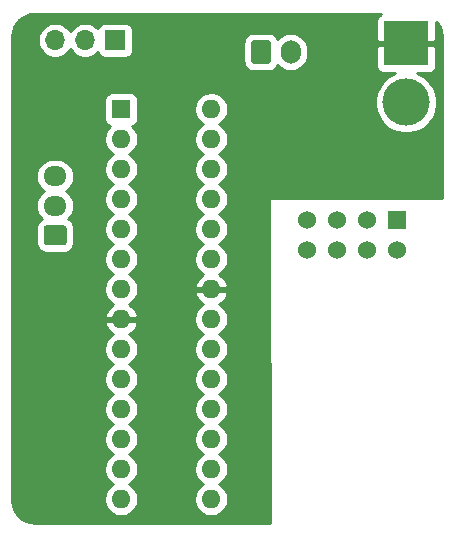
<source format=gbr>
G04 #@! TF.GenerationSoftware,KiCad,Pcbnew,5.1.6-c6e7f7d~87~ubuntu20.04.1*
G04 #@! TF.CreationDate,2020-11-08T20:48:53+01:00*
G04 #@! TF.ProjectId,soil_humidity_module,736f696c-5f68-4756-9d69-646974795f6d,rev?*
G04 #@! TF.SameCoordinates,Original*
G04 #@! TF.FileFunction,Copper,L4,Bot*
G04 #@! TF.FilePolarity,Positive*
%FSLAX46Y46*%
G04 Gerber Fmt 4.6, Leading zero omitted, Abs format (unit mm)*
G04 Created by KiCad (PCBNEW 5.1.6-c6e7f7d~87~ubuntu20.04.1) date 2020-11-08 20:48:53*
%MOMM*%
%LPD*%
G01*
G04 APERTURE LIST*
G04 #@! TA.AperFunction,ComponentPad*
%ADD10C,1.524000*%
G04 #@! TD*
G04 #@! TA.AperFunction,ComponentPad*
%ADD11R,1.524000X1.524000*%
G04 #@! TD*
G04 #@! TA.AperFunction,ComponentPad*
%ADD12O,1.700000X2.000000*%
G04 #@! TD*
G04 #@! TA.AperFunction,ComponentPad*
%ADD13O,1.950000X1.700000*%
G04 #@! TD*
G04 #@! TA.AperFunction,ComponentPad*
%ADD14R,3.800000X3.800000*%
G04 #@! TD*
G04 #@! TA.AperFunction,ComponentPad*
%ADD15C,4.000000*%
G04 #@! TD*
G04 #@! TA.AperFunction,ComponentPad*
%ADD16R,1.700000X1.700000*%
G04 #@! TD*
G04 #@! TA.AperFunction,ComponentPad*
%ADD17O,1.700000X1.700000*%
G04 #@! TD*
G04 #@! TA.AperFunction,ComponentPad*
%ADD18R,1.600000X1.600000*%
G04 #@! TD*
G04 #@! TA.AperFunction,ComponentPad*
%ADD19O,1.600000X1.600000*%
G04 #@! TD*
G04 #@! TA.AperFunction,ViaPad*
%ADD20C,0.800000*%
G04 #@! TD*
G04 #@! TA.AperFunction,Conductor*
%ADD21C,0.254000*%
G04 #@! TD*
G04 APERTURE END LIST*
D10*
X161544000Y-105156000D03*
X161544000Y-102616000D03*
X164084000Y-105156000D03*
X164084000Y-102616000D03*
X166624000Y-105156000D03*
X166624000Y-102616000D03*
X169164000Y-105156000D03*
D11*
X169164000Y-102616000D03*
D12*
X160132400Y-88366600D03*
G04 #@! TA.AperFunction,ComponentPad*
G36*
G01*
X156782400Y-89116600D02*
X156782400Y-87616600D01*
G75*
G02*
X157032400Y-87366600I250000J0D01*
G01*
X158232400Y-87366600D01*
G75*
G02*
X158482400Y-87616600I0J-250000D01*
G01*
X158482400Y-89116600D01*
G75*
G02*
X158232400Y-89366600I-250000J0D01*
G01*
X157032400Y-89366600D01*
G75*
G02*
X156782400Y-89116600I0J250000D01*
G01*
G37*
G04 #@! TD.AperFunction*
D13*
X140208000Y-98886000D03*
X140208000Y-101386000D03*
G04 #@! TA.AperFunction,ComponentPad*
G36*
G01*
X140933000Y-104736000D02*
X139483000Y-104736000D01*
G75*
G02*
X139233000Y-104486000I0J250000D01*
G01*
X139233000Y-103286000D01*
G75*
G02*
X139483000Y-103036000I250000J0D01*
G01*
X140933000Y-103036000D01*
G75*
G02*
X141183000Y-103286000I0J-250000D01*
G01*
X141183000Y-104486000D01*
G75*
G02*
X140933000Y-104736000I-250000J0D01*
G01*
G37*
G04 #@! TD.AperFunction*
D14*
X169926000Y-87630000D03*
D15*
X169926000Y-92630000D03*
D16*
X145288000Y-87376000D03*
D17*
X142748000Y-87376000D03*
X140208000Y-87376000D03*
D18*
X145796000Y-93218000D03*
D19*
X153416000Y-126238000D03*
X145796000Y-95758000D03*
X153416000Y-123698000D03*
X145796000Y-98298000D03*
X153416000Y-121158000D03*
X145796000Y-100838000D03*
X153416000Y-118618000D03*
X145796000Y-103378000D03*
X153416000Y-116078000D03*
X145796000Y-105918000D03*
X153416000Y-113538000D03*
X145796000Y-108458000D03*
X153416000Y-110998000D03*
X145796000Y-110998000D03*
X153416000Y-108458000D03*
X145796000Y-113538000D03*
X153416000Y-105918000D03*
X145796000Y-116078000D03*
X153416000Y-103378000D03*
X145796000Y-118618000D03*
X153416000Y-100838000D03*
X145796000Y-121158000D03*
X153416000Y-98298000D03*
X145796000Y-123698000D03*
X153416000Y-95758000D03*
X145796000Y-126238000D03*
X153416000Y-93218000D03*
D20*
X166878000Y-100076000D03*
X164084000Y-98298000D03*
X155702000Y-98044000D03*
X141732000Y-111887000D03*
X155702000Y-119888000D03*
X156464000Y-103632000D03*
X138684000Y-124333000D03*
X146812000Y-90932000D03*
X142494000Y-113030000D03*
X137922000Y-89408000D03*
D21*
G36*
X167781820Y-85140498D02*
G01*
X167671506Y-85199463D01*
X167574815Y-85278815D01*
X167495463Y-85375506D01*
X167436498Y-85485820D01*
X167400188Y-85605518D01*
X167387928Y-85730000D01*
X167391000Y-87344250D01*
X167549750Y-87503000D01*
X169799000Y-87503000D01*
X169799000Y-87483000D01*
X170053000Y-87483000D01*
X170053000Y-87503000D01*
X172302250Y-87503000D01*
X172461000Y-87344250D01*
X172463958Y-85790081D01*
X172604141Y-85959534D01*
X172776027Y-86277430D01*
X172882893Y-86622658D01*
X172924000Y-87013753D01*
X172924000Y-100711000D01*
X158432500Y-100711000D01*
X158407448Y-100713495D01*
X158383640Y-100720775D01*
X158361709Y-100732560D01*
X158342499Y-100748396D01*
X158326748Y-100767676D01*
X158315060Y-100789659D01*
X158307886Y-100813499D01*
X158305500Y-100838281D01*
X158366079Y-128220000D01*
X138463505Y-128220000D01*
X138070333Y-128181449D01*
X137724365Y-128076996D01*
X137405276Y-127907333D01*
X137125219Y-127678924D01*
X136894859Y-127400466D01*
X136722973Y-127082570D01*
X136616106Y-126737340D01*
X136575000Y-126346238D01*
X136575000Y-113396665D01*
X144361000Y-113396665D01*
X144361000Y-113679335D01*
X144416147Y-113956574D01*
X144524320Y-114217727D01*
X144681363Y-114452759D01*
X144881241Y-114652637D01*
X145113759Y-114808000D01*
X144881241Y-114963363D01*
X144681363Y-115163241D01*
X144524320Y-115398273D01*
X144416147Y-115659426D01*
X144361000Y-115936665D01*
X144361000Y-116219335D01*
X144416147Y-116496574D01*
X144524320Y-116757727D01*
X144681363Y-116992759D01*
X144881241Y-117192637D01*
X145113759Y-117348000D01*
X144881241Y-117503363D01*
X144681363Y-117703241D01*
X144524320Y-117938273D01*
X144416147Y-118199426D01*
X144361000Y-118476665D01*
X144361000Y-118759335D01*
X144416147Y-119036574D01*
X144524320Y-119297727D01*
X144681363Y-119532759D01*
X144881241Y-119732637D01*
X145113759Y-119888000D01*
X144881241Y-120043363D01*
X144681363Y-120243241D01*
X144524320Y-120478273D01*
X144416147Y-120739426D01*
X144361000Y-121016665D01*
X144361000Y-121299335D01*
X144416147Y-121576574D01*
X144524320Y-121837727D01*
X144681363Y-122072759D01*
X144881241Y-122272637D01*
X145113759Y-122428000D01*
X144881241Y-122583363D01*
X144681363Y-122783241D01*
X144524320Y-123018273D01*
X144416147Y-123279426D01*
X144361000Y-123556665D01*
X144361000Y-123839335D01*
X144416147Y-124116574D01*
X144524320Y-124377727D01*
X144681363Y-124612759D01*
X144881241Y-124812637D01*
X145113759Y-124968000D01*
X144881241Y-125123363D01*
X144681363Y-125323241D01*
X144524320Y-125558273D01*
X144416147Y-125819426D01*
X144361000Y-126096665D01*
X144361000Y-126379335D01*
X144416147Y-126656574D01*
X144524320Y-126917727D01*
X144681363Y-127152759D01*
X144881241Y-127352637D01*
X145116273Y-127509680D01*
X145377426Y-127617853D01*
X145654665Y-127673000D01*
X145937335Y-127673000D01*
X146214574Y-127617853D01*
X146475727Y-127509680D01*
X146710759Y-127352637D01*
X146910637Y-127152759D01*
X147067680Y-126917727D01*
X147175853Y-126656574D01*
X147231000Y-126379335D01*
X147231000Y-126096665D01*
X147175853Y-125819426D01*
X147067680Y-125558273D01*
X146910637Y-125323241D01*
X146710759Y-125123363D01*
X146478241Y-124968000D01*
X146710759Y-124812637D01*
X146910637Y-124612759D01*
X147067680Y-124377727D01*
X147175853Y-124116574D01*
X147231000Y-123839335D01*
X147231000Y-123556665D01*
X147175853Y-123279426D01*
X147067680Y-123018273D01*
X146910637Y-122783241D01*
X146710759Y-122583363D01*
X146478241Y-122428000D01*
X146710759Y-122272637D01*
X146910637Y-122072759D01*
X147067680Y-121837727D01*
X147175853Y-121576574D01*
X147231000Y-121299335D01*
X147231000Y-121016665D01*
X147175853Y-120739426D01*
X147067680Y-120478273D01*
X146910637Y-120243241D01*
X146710759Y-120043363D01*
X146478241Y-119888000D01*
X146710759Y-119732637D01*
X146910637Y-119532759D01*
X147067680Y-119297727D01*
X147175853Y-119036574D01*
X147231000Y-118759335D01*
X147231000Y-118476665D01*
X147175853Y-118199426D01*
X147067680Y-117938273D01*
X146910637Y-117703241D01*
X146710759Y-117503363D01*
X146478241Y-117348000D01*
X146710759Y-117192637D01*
X146910637Y-116992759D01*
X147067680Y-116757727D01*
X147175853Y-116496574D01*
X147231000Y-116219335D01*
X147231000Y-115936665D01*
X147175853Y-115659426D01*
X147067680Y-115398273D01*
X146910637Y-115163241D01*
X146710759Y-114963363D01*
X146478241Y-114808000D01*
X146710759Y-114652637D01*
X146910637Y-114452759D01*
X147067680Y-114217727D01*
X147175853Y-113956574D01*
X147231000Y-113679335D01*
X147231000Y-113396665D01*
X147175853Y-113119426D01*
X147067680Y-112858273D01*
X146910637Y-112623241D01*
X146710759Y-112423363D01*
X146475727Y-112266320D01*
X146465135Y-112261933D01*
X146651131Y-112150385D01*
X146859519Y-111961414D01*
X147027037Y-111735420D01*
X147147246Y-111481087D01*
X147187904Y-111347039D01*
X147065915Y-111125000D01*
X145923000Y-111125000D01*
X145923000Y-111145000D01*
X145669000Y-111145000D01*
X145669000Y-111125000D01*
X144526085Y-111125000D01*
X144404096Y-111347039D01*
X144444754Y-111481087D01*
X144564963Y-111735420D01*
X144732481Y-111961414D01*
X144940869Y-112150385D01*
X145126865Y-112261933D01*
X145116273Y-112266320D01*
X144881241Y-112423363D01*
X144681363Y-112623241D01*
X144524320Y-112858273D01*
X144416147Y-113119426D01*
X144361000Y-113396665D01*
X136575000Y-113396665D01*
X136575000Y-98886000D01*
X138590815Y-98886000D01*
X138619487Y-99177111D01*
X138704401Y-99457034D01*
X138842294Y-99715014D01*
X139027866Y-99941134D01*
X139253986Y-100126706D01*
X139271374Y-100136000D01*
X139253986Y-100145294D01*
X139027866Y-100330866D01*
X138842294Y-100556986D01*
X138704401Y-100814966D01*
X138619487Y-101094889D01*
X138590815Y-101386000D01*
X138619487Y-101677111D01*
X138704401Y-101957034D01*
X138842294Y-102215014D01*
X139027866Y-102441134D01*
X139091337Y-102493223D01*
X138989614Y-102547595D01*
X138855038Y-102658038D01*
X138744595Y-102792614D01*
X138662528Y-102946150D01*
X138611992Y-103112746D01*
X138594928Y-103286000D01*
X138594928Y-104486000D01*
X138611992Y-104659254D01*
X138662528Y-104825850D01*
X138744595Y-104979386D01*
X138855038Y-105113962D01*
X138989614Y-105224405D01*
X139143150Y-105306472D01*
X139309746Y-105357008D01*
X139483000Y-105374072D01*
X140933000Y-105374072D01*
X141106254Y-105357008D01*
X141272850Y-105306472D01*
X141426386Y-105224405D01*
X141560962Y-105113962D01*
X141671405Y-104979386D01*
X141753472Y-104825850D01*
X141804008Y-104659254D01*
X141821072Y-104486000D01*
X141821072Y-103286000D01*
X141804008Y-103112746D01*
X141753472Y-102946150D01*
X141671405Y-102792614D01*
X141560962Y-102658038D01*
X141426386Y-102547595D01*
X141324663Y-102493223D01*
X141388134Y-102441134D01*
X141573706Y-102215014D01*
X141711599Y-101957034D01*
X141796513Y-101677111D01*
X141825185Y-101386000D01*
X141796513Y-101094889D01*
X141711599Y-100814966D01*
X141573706Y-100556986D01*
X141388134Y-100330866D01*
X141162014Y-100145294D01*
X141144626Y-100136000D01*
X141162014Y-100126706D01*
X141388134Y-99941134D01*
X141573706Y-99715014D01*
X141711599Y-99457034D01*
X141796513Y-99177111D01*
X141825185Y-98886000D01*
X141796513Y-98594889D01*
X141711599Y-98314966D01*
X141573706Y-98056986D01*
X141388134Y-97830866D01*
X141162014Y-97645294D01*
X140904034Y-97507401D01*
X140624111Y-97422487D01*
X140405950Y-97401000D01*
X140010050Y-97401000D01*
X139791889Y-97422487D01*
X139511966Y-97507401D01*
X139253986Y-97645294D01*
X139027866Y-97830866D01*
X138842294Y-98056986D01*
X138704401Y-98314966D01*
X138619487Y-98594889D01*
X138590815Y-98886000D01*
X136575000Y-98886000D01*
X136575000Y-92418000D01*
X144357928Y-92418000D01*
X144357928Y-94018000D01*
X144370188Y-94142482D01*
X144406498Y-94262180D01*
X144465463Y-94372494D01*
X144544815Y-94469185D01*
X144641506Y-94548537D01*
X144751820Y-94607502D01*
X144871518Y-94643812D01*
X144879961Y-94644643D01*
X144681363Y-94843241D01*
X144524320Y-95078273D01*
X144416147Y-95339426D01*
X144361000Y-95616665D01*
X144361000Y-95899335D01*
X144416147Y-96176574D01*
X144524320Y-96437727D01*
X144681363Y-96672759D01*
X144881241Y-96872637D01*
X145113759Y-97028000D01*
X144881241Y-97183363D01*
X144681363Y-97383241D01*
X144524320Y-97618273D01*
X144416147Y-97879426D01*
X144361000Y-98156665D01*
X144361000Y-98439335D01*
X144416147Y-98716574D01*
X144524320Y-98977727D01*
X144681363Y-99212759D01*
X144881241Y-99412637D01*
X145113759Y-99568000D01*
X144881241Y-99723363D01*
X144681363Y-99923241D01*
X144524320Y-100158273D01*
X144416147Y-100419426D01*
X144361000Y-100696665D01*
X144361000Y-100979335D01*
X144416147Y-101256574D01*
X144524320Y-101517727D01*
X144681363Y-101752759D01*
X144881241Y-101952637D01*
X145113759Y-102108000D01*
X144881241Y-102263363D01*
X144681363Y-102463241D01*
X144524320Y-102698273D01*
X144416147Y-102959426D01*
X144361000Y-103236665D01*
X144361000Y-103519335D01*
X144416147Y-103796574D01*
X144524320Y-104057727D01*
X144681363Y-104292759D01*
X144881241Y-104492637D01*
X145113759Y-104648000D01*
X144881241Y-104803363D01*
X144681363Y-105003241D01*
X144524320Y-105238273D01*
X144416147Y-105499426D01*
X144361000Y-105776665D01*
X144361000Y-106059335D01*
X144416147Y-106336574D01*
X144524320Y-106597727D01*
X144681363Y-106832759D01*
X144881241Y-107032637D01*
X145113759Y-107188000D01*
X144881241Y-107343363D01*
X144681363Y-107543241D01*
X144524320Y-107778273D01*
X144416147Y-108039426D01*
X144361000Y-108316665D01*
X144361000Y-108599335D01*
X144416147Y-108876574D01*
X144524320Y-109137727D01*
X144681363Y-109372759D01*
X144881241Y-109572637D01*
X145116273Y-109729680D01*
X145126865Y-109734067D01*
X144940869Y-109845615D01*
X144732481Y-110034586D01*
X144564963Y-110260580D01*
X144444754Y-110514913D01*
X144404096Y-110648961D01*
X144526085Y-110871000D01*
X145669000Y-110871000D01*
X145669000Y-110851000D01*
X145923000Y-110851000D01*
X145923000Y-110871000D01*
X147065915Y-110871000D01*
X147073790Y-110856665D01*
X151981000Y-110856665D01*
X151981000Y-111139335D01*
X152036147Y-111416574D01*
X152144320Y-111677727D01*
X152301363Y-111912759D01*
X152501241Y-112112637D01*
X152733759Y-112268000D01*
X152501241Y-112423363D01*
X152301363Y-112623241D01*
X152144320Y-112858273D01*
X152036147Y-113119426D01*
X151981000Y-113396665D01*
X151981000Y-113679335D01*
X152036147Y-113956574D01*
X152144320Y-114217727D01*
X152301363Y-114452759D01*
X152501241Y-114652637D01*
X152733759Y-114808000D01*
X152501241Y-114963363D01*
X152301363Y-115163241D01*
X152144320Y-115398273D01*
X152036147Y-115659426D01*
X151981000Y-115936665D01*
X151981000Y-116219335D01*
X152036147Y-116496574D01*
X152144320Y-116757727D01*
X152301363Y-116992759D01*
X152501241Y-117192637D01*
X152733759Y-117348000D01*
X152501241Y-117503363D01*
X152301363Y-117703241D01*
X152144320Y-117938273D01*
X152036147Y-118199426D01*
X151981000Y-118476665D01*
X151981000Y-118759335D01*
X152036147Y-119036574D01*
X152144320Y-119297727D01*
X152301363Y-119532759D01*
X152501241Y-119732637D01*
X152733759Y-119888000D01*
X152501241Y-120043363D01*
X152301363Y-120243241D01*
X152144320Y-120478273D01*
X152036147Y-120739426D01*
X151981000Y-121016665D01*
X151981000Y-121299335D01*
X152036147Y-121576574D01*
X152144320Y-121837727D01*
X152301363Y-122072759D01*
X152501241Y-122272637D01*
X152733759Y-122428000D01*
X152501241Y-122583363D01*
X152301363Y-122783241D01*
X152144320Y-123018273D01*
X152036147Y-123279426D01*
X151981000Y-123556665D01*
X151981000Y-123839335D01*
X152036147Y-124116574D01*
X152144320Y-124377727D01*
X152301363Y-124612759D01*
X152501241Y-124812637D01*
X152733759Y-124968000D01*
X152501241Y-125123363D01*
X152301363Y-125323241D01*
X152144320Y-125558273D01*
X152036147Y-125819426D01*
X151981000Y-126096665D01*
X151981000Y-126379335D01*
X152036147Y-126656574D01*
X152144320Y-126917727D01*
X152301363Y-127152759D01*
X152501241Y-127352637D01*
X152736273Y-127509680D01*
X152997426Y-127617853D01*
X153274665Y-127673000D01*
X153557335Y-127673000D01*
X153834574Y-127617853D01*
X154095727Y-127509680D01*
X154330759Y-127352637D01*
X154530637Y-127152759D01*
X154687680Y-126917727D01*
X154795853Y-126656574D01*
X154851000Y-126379335D01*
X154851000Y-126096665D01*
X154795853Y-125819426D01*
X154687680Y-125558273D01*
X154530637Y-125323241D01*
X154330759Y-125123363D01*
X154098241Y-124968000D01*
X154330759Y-124812637D01*
X154530637Y-124612759D01*
X154687680Y-124377727D01*
X154795853Y-124116574D01*
X154851000Y-123839335D01*
X154851000Y-123556665D01*
X154795853Y-123279426D01*
X154687680Y-123018273D01*
X154530637Y-122783241D01*
X154330759Y-122583363D01*
X154098241Y-122428000D01*
X154330759Y-122272637D01*
X154530637Y-122072759D01*
X154687680Y-121837727D01*
X154795853Y-121576574D01*
X154851000Y-121299335D01*
X154851000Y-121016665D01*
X154795853Y-120739426D01*
X154687680Y-120478273D01*
X154530637Y-120243241D01*
X154330759Y-120043363D01*
X154098241Y-119888000D01*
X154330759Y-119732637D01*
X154530637Y-119532759D01*
X154687680Y-119297727D01*
X154795853Y-119036574D01*
X154851000Y-118759335D01*
X154851000Y-118476665D01*
X154795853Y-118199426D01*
X154687680Y-117938273D01*
X154530637Y-117703241D01*
X154330759Y-117503363D01*
X154098241Y-117348000D01*
X154330759Y-117192637D01*
X154530637Y-116992759D01*
X154687680Y-116757727D01*
X154795853Y-116496574D01*
X154851000Y-116219335D01*
X154851000Y-115936665D01*
X154795853Y-115659426D01*
X154687680Y-115398273D01*
X154530637Y-115163241D01*
X154330759Y-114963363D01*
X154098241Y-114808000D01*
X154330759Y-114652637D01*
X154530637Y-114452759D01*
X154687680Y-114217727D01*
X154795853Y-113956574D01*
X154851000Y-113679335D01*
X154851000Y-113396665D01*
X154795853Y-113119426D01*
X154687680Y-112858273D01*
X154530637Y-112623241D01*
X154330759Y-112423363D01*
X154098241Y-112268000D01*
X154330759Y-112112637D01*
X154530637Y-111912759D01*
X154687680Y-111677727D01*
X154795853Y-111416574D01*
X154851000Y-111139335D01*
X154851000Y-110856665D01*
X154795853Y-110579426D01*
X154687680Y-110318273D01*
X154530637Y-110083241D01*
X154330759Y-109883363D01*
X154095727Y-109726320D01*
X154085135Y-109721933D01*
X154271131Y-109610385D01*
X154479519Y-109421414D01*
X154647037Y-109195420D01*
X154767246Y-108941087D01*
X154807904Y-108807039D01*
X154685915Y-108585000D01*
X153543000Y-108585000D01*
X153543000Y-108605000D01*
X153289000Y-108605000D01*
X153289000Y-108585000D01*
X152146085Y-108585000D01*
X152024096Y-108807039D01*
X152064754Y-108941087D01*
X152184963Y-109195420D01*
X152352481Y-109421414D01*
X152560869Y-109610385D01*
X152746865Y-109721933D01*
X152736273Y-109726320D01*
X152501241Y-109883363D01*
X152301363Y-110083241D01*
X152144320Y-110318273D01*
X152036147Y-110579426D01*
X151981000Y-110856665D01*
X147073790Y-110856665D01*
X147187904Y-110648961D01*
X147147246Y-110514913D01*
X147027037Y-110260580D01*
X146859519Y-110034586D01*
X146651131Y-109845615D01*
X146465135Y-109734067D01*
X146475727Y-109729680D01*
X146710759Y-109572637D01*
X146910637Y-109372759D01*
X147067680Y-109137727D01*
X147175853Y-108876574D01*
X147231000Y-108599335D01*
X147231000Y-108316665D01*
X147175853Y-108039426D01*
X147067680Y-107778273D01*
X146910637Y-107543241D01*
X146710759Y-107343363D01*
X146478241Y-107188000D01*
X146710759Y-107032637D01*
X146910637Y-106832759D01*
X147067680Y-106597727D01*
X147175853Y-106336574D01*
X147231000Y-106059335D01*
X147231000Y-105776665D01*
X147175853Y-105499426D01*
X147067680Y-105238273D01*
X146910637Y-105003241D01*
X146710759Y-104803363D01*
X146478241Y-104648000D01*
X146710759Y-104492637D01*
X146910637Y-104292759D01*
X147067680Y-104057727D01*
X147175853Y-103796574D01*
X147231000Y-103519335D01*
X147231000Y-103236665D01*
X147175853Y-102959426D01*
X147067680Y-102698273D01*
X146910637Y-102463241D01*
X146710759Y-102263363D01*
X146478241Y-102108000D01*
X146710759Y-101952637D01*
X146910637Y-101752759D01*
X147067680Y-101517727D01*
X147175853Y-101256574D01*
X147231000Y-100979335D01*
X147231000Y-100696665D01*
X147175853Y-100419426D01*
X147067680Y-100158273D01*
X146910637Y-99923241D01*
X146710759Y-99723363D01*
X146478241Y-99568000D01*
X146710759Y-99412637D01*
X146910637Y-99212759D01*
X147067680Y-98977727D01*
X147175853Y-98716574D01*
X147231000Y-98439335D01*
X147231000Y-98156665D01*
X147175853Y-97879426D01*
X147067680Y-97618273D01*
X146910637Y-97383241D01*
X146710759Y-97183363D01*
X146478241Y-97028000D01*
X146710759Y-96872637D01*
X146910637Y-96672759D01*
X147067680Y-96437727D01*
X147175853Y-96176574D01*
X147231000Y-95899335D01*
X147231000Y-95616665D01*
X147175853Y-95339426D01*
X147067680Y-95078273D01*
X146910637Y-94843241D01*
X146712039Y-94644643D01*
X146720482Y-94643812D01*
X146840180Y-94607502D01*
X146950494Y-94548537D01*
X147047185Y-94469185D01*
X147126537Y-94372494D01*
X147185502Y-94262180D01*
X147221812Y-94142482D01*
X147234072Y-94018000D01*
X147234072Y-93076665D01*
X151981000Y-93076665D01*
X151981000Y-93359335D01*
X152036147Y-93636574D01*
X152144320Y-93897727D01*
X152301363Y-94132759D01*
X152501241Y-94332637D01*
X152733759Y-94488000D01*
X152501241Y-94643363D01*
X152301363Y-94843241D01*
X152144320Y-95078273D01*
X152036147Y-95339426D01*
X151981000Y-95616665D01*
X151981000Y-95899335D01*
X152036147Y-96176574D01*
X152144320Y-96437727D01*
X152301363Y-96672759D01*
X152501241Y-96872637D01*
X152733759Y-97028000D01*
X152501241Y-97183363D01*
X152301363Y-97383241D01*
X152144320Y-97618273D01*
X152036147Y-97879426D01*
X151981000Y-98156665D01*
X151981000Y-98439335D01*
X152036147Y-98716574D01*
X152144320Y-98977727D01*
X152301363Y-99212759D01*
X152501241Y-99412637D01*
X152733759Y-99568000D01*
X152501241Y-99723363D01*
X152301363Y-99923241D01*
X152144320Y-100158273D01*
X152036147Y-100419426D01*
X151981000Y-100696665D01*
X151981000Y-100979335D01*
X152036147Y-101256574D01*
X152144320Y-101517727D01*
X152301363Y-101752759D01*
X152501241Y-101952637D01*
X152733759Y-102108000D01*
X152501241Y-102263363D01*
X152301363Y-102463241D01*
X152144320Y-102698273D01*
X152036147Y-102959426D01*
X151981000Y-103236665D01*
X151981000Y-103519335D01*
X152036147Y-103796574D01*
X152144320Y-104057727D01*
X152301363Y-104292759D01*
X152501241Y-104492637D01*
X152733759Y-104648000D01*
X152501241Y-104803363D01*
X152301363Y-105003241D01*
X152144320Y-105238273D01*
X152036147Y-105499426D01*
X151981000Y-105776665D01*
X151981000Y-106059335D01*
X152036147Y-106336574D01*
X152144320Y-106597727D01*
X152301363Y-106832759D01*
X152501241Y-107032637D01*
X152736273Y-107189680D01*
X152746865Y-107194067D01*
X152560869Y-107305615D01*
X152352481Y-107494586D01*
X152184963Y-107720580D01*
X152064754Y-107974913D01*
X152024096Y-108108961D01*
X152146085Y-108331000D01*
X153289000Y-108331000D01*
X153289000Y-108311000D01*
X153543000Y-108311000D01*
X153543000Y-108331000D01*
X154685915Y-108331000D01*
X154807904Y-108108961D01*
X154767246Y-107974913D01*
X154647037Y-107720580D01*
X154479519Y-107494586D01*
X154271131Y-107305615D01*
X154085135Y-107194067D01*
X154095727Y-107189680D01*
X154330759Y-107032637D01*
X154530637Y-106832759D01*
X154687680Y-106597727D01*
X154795853Y-106336574D01*
X154851000Y-106059335D01*
X154851000Y-105776665D01*
X154795853Y-105499426D01*
X154687680Y-105238273D01*
X154530637Y-105003241D01*
X154330759Y-104803363D01*
X154098241Y-104648000D01*
X154330759Y-104492637D01*
X154530637Y-104292759D01*
X154687680Y-104057727D01*
X154795853Y-103796574D01*
X154851000Y-103519335D01*
X154851000Y-103236665D01*
X154795853Y-102959426D01*
X154687680Y-102698273D01*
X154530637Y-102463241D01*
X154330759Y-102263363D01*
X154098241Y-102108000D01*
X154330759Y-101952637D01*
X154530637Y-101752759D01*
X154687680Y-101517727D01*
X154795853Y-101256574D01*
X154851000Y-100979335D01*
X154851000Y-100696665D01*
X154795853Y-100419426D01*
X154687680Y-100158273D01*
X154530637Y-99923241D01*
X154330759Y-99723363D01*
X154098241Y-99568000D01*
X154330759Y-99412637D01*
X154530637Y-99212759D01*
X154687680Y-98977727D01*
X154795853Y-98716574D01*
X154851000Y-98439335D01*
X154851000Y-98156665D01*
X154795853Y-97879426D01*
X154687680Y-97618273D01*
X154530637Y-97383241D01*
X154330759Y-97183363D01*
X154098241Y-97028000D01*
X154330759Y-96872637D01*
X154530637Y-96672759D01*
X154687680Y-96437727D01*
X154795853Y-96176574D01*
X154851000Y-95899335D01*
X154851000Y-95616665D01*
X154795853Y-95339426D01*
X154687680Y-95078273D01*
X154530637Y-94843241D01*
X154330759Y-94643363D01*
X154098241Y-94488000D01*
X154330759Y-94332637D01*
X154530637Y-94132759D01*
X154687680Y-93897727D01*
X154795853Y-93636574D01*
X154851000Y-93359335D01*
X154851000Y-93076665D01*
X154795853Y-92799426D01*
X154687680Y-92538273D01*
X154575562Y-92370475D01*
X167291000Y-92370475D01*
X167291000Y-92889525D01*
X167392261Y-93398601D01*
X167590893Y-93878141D01*
X167879262Y-94309715D01*
X168246285Y-94676738D01*
X168677859Y-94965107D01*
X169157399Y-95163739D01*
X169666475Y-95265000D01*
X170185525Y-95265000D01*
X170694601Y-95163739D01*
X171174141Y-94965107D01*
X171605715Y-94676738D01*
X171972738Y-94309715D01*
X172261107Y-93878141D01*
X172459739Y-93398601D01*
X172561000Y-92889525D01*
X172561000Y-92370475D01*
X172459739Y-91861399D01*
X172261107Y-91381859D01*
X171972738Y-90950285D01*
X171605715Y-90583262D01*
X171174141Y-90294893D01*
X170863546Y-90166240D01*
X171826000Y-90168072D01*
X171950482Y-90155812D01*
X172070180Y-90119502D01*
X172180494Y-90060537D01*
X172277185Y-89981185D01*
X172356537Y-89884494D01*
X172415502Y-89774180D01*
X172451812Y-89654482D01*
X172464072Y-89530000D01*
X172461000Y-87915750D01*
X172302250Y-87757000D01*
X170053000Y-87757000D01*
X170053000Y-87777000D01*
X169799000Y-87777000D01*
X169799000Y-87757000D01*
X167549750Y-87757000D01*
X167391000Y-87915750D01*
X167387928Y-89530000D01*
X167400188Y-89654482D01*
X167436498Y-89774180D01*
X167495463Y-89884494D01*
X167574815Y-89981185D01*
X167671506Y-90060537D01*
X167781820Y-90119502D01*
X167901518Y-90155812D01*
X168026000Y-90168072D01*
X168988454Y-90166240D01*
X168677859Y-90294893D01*
X168246285Y-90583262D01*
X167879262Y-90950285D01*
X167590893Y-91381859D01*
X167392261Y-91861399D01*
X167291000Y-92370475D01*
X154575562Y-92370475D01*
X154530637Y-92303241D01*
X154330759Y-92103363D01*
X154095727Y-91946320D01*
X153834574Y-91838147D01*
X153557335Y-91783000D01*
X153274665Y-91783000D01*
X152997426Y-91838147D01*
X152736273Y-91946320D01*
X152501241Y-92103363D01*
X152301363Y-92303241D01*
X152144320Y-92538273D01*
X152036147Y-92799426D01*
X151981000Y-93076665D01*
X147234072Y-93076665D01*
X147234072Y-92418000D01*
X147221812Y-92293518D01*
X147185502Y-92173820D01*
X147126537Y-92063506D01*
X147047185Y-91966815D01*
X146950494Y-91887463D01*
X146840180Y-91828498D01*
X146720482Y-91792188D01*
X146596000Y-91779928D01*
X144996000Y-91779928D01*
X144871518Y-91792188D01*
X144751820Y-91828498D01*
X144641506Y-91887463D01*
X144544815Y-91966815D01*
X144465463Y-92063506D01*
X144406498Y-92173820D01*
X144370188Y-92293518D01*
X144357928Y-92418000D01*
X136575000Y-92418000D01*
X136575000Y-87229740D01*
X138723000Y-87229740D01*
X138723000Y-87522260D01*
X138780068Y-87809158D01*
X138892010Y-88079411D01*
X139054525Y-88322632D01*
X139261368Y-88529475D01*
X139504589Y-88691990D01*
X139774842Y-88803932D01*
X140061740Y-88861000D01*
X140354260Y-88861000D01*
X140641158Y-88803932D01*
X140911411Y-88691990D01*
X141154632Y-88529475D01*
X141361475Y-88322632D01*
X141478000Y-88148240D01*
X141594525Y-88322632D01*
X141801368Y-88529475D01*
X142044589Y-88691990D01*
X142314842Y-88803932D01*
X142601740Y-88861000D01*
X142894260Y-88861000D01*
X143181158Y-88803932D01*
X143451411Y-88691990D01*
X143694632Y-88529475D01*
X143826487Y-88397620D01*
X143848498Y-88470180D01*
X143907463Y-88580494D01*
X143986815Y-88677185D01*
X144083506Y-88756537D01*
X144193820Y-88815502D01*
X144313518Y-88851812D01*
X144438000Y-88864072D01*
X146138000Y-88864072D01*
X146262482Y-88851812D01*
X146382180Y-88815502D01*
X146492494Y-88756537D01*
X146589185Y-88677185D01*
X146668537Y-88580494D01*
X146727502Y-88470180D01*
X146763812Y-88350482D01*
X146776072Y-88226000D01*
X146776072Y-87616600D01*
X156144328Y-87616600D01*
X156144328Y-89116600D01*
X156161392Y-89289854D01*
X156211928Y-89456450D01*
X156293995Y-89609986D01*
X156404438Y-89744562D01*
X156539014Y-89855005D01*
X156692550Y-89937072D01*
X156859146Y-89987608D01*
X157032400Y-90004672D01*
X158232400Y-90004672D01*
X158405654Y-89987608D01*
X158572250Y-89937072D01*
X158725786Y-89855005D01*
X158860362Y-89744562D01*
X158970805Y-89609986D01*
X159025177Y-89508263D01*
X159077266Y-89571734D01*
X159303387Y-89757306D01*
X159561367Y-89895199D01*
X159841290Y-89980113D01*
X160132400Y-90008785D01*
X160423511Y-89980113D01*
X160703434Y-89895199D01*
X160961414Y-89757306D01*
X161187534Y-89571734D01*
X161373106Y-89345614D01*
X161510999Y-89087633D01*
X161595913Y-88807710D01*
X161617400Y-88589549D01*
X161617400Y-88143650D01*
X161595913Y-87925489D01*
X161510999Y-87645566D01*
X161373106Y-87387586D01*
X161187534Y-87161466D01*
X160961413Y-86975894D01*
X160703433Y-86838001D01*
X160423510Y-86753087D01*
X160132400Y-86724415D01*
X159841289Y-86753087D01*
X159561366Y-86838001D01*
X159303386Y-86975894D01*
X159077266Y-87161466D01*
X159025177Y-87224937D01*
X158970805Y-87123214D01*
X158860362Y-86988638D01*
X158725786Y-86878195D01*
X158572250Y-86796128D01*
X158405654Y-86745592D01*
X158232400Y-86728528D01*
X157032400Y-86728528D01*
X156859146Y-86745592D01*
X156692550Y-86796128D01*
X156539014Y-86878195D01*
X156404438Y-86988638D01*
X156293995Y-87123214D01*
X156211928Y-87276750D01*
X156161392Y-87443346D01*
X156144328Y-87616600D01*
X146776072Y-87616600D01*
X146776072Y-86526000D01*
X146763812Y-86401518D01*
X146727502Y-86281820D01*
X146668537Y-86171506D01*
X146589185Y-86074815D01*
X146492494Y-85995463D01*
X146382180Y-85936498D01*
X146262482Y-85900188D01*
X146138000Y-85887928D01*
X144438000Y-85887928D01*
X144313518Y-85900188D01*
X144193820Y-85936498D01*
X144083506Y-85995463D01*
X143986815Y-86074815D01*
X143907463Y-86171506D01*
X143848498Y-86281820D01*
X143826487Y-86354380D01*
X143694632Y-86222525D01*
X143451411Y-86060010D01*
X143181158Y-85948068D01*
X142894260Y-85891000D01*
X142601740Y-85891000D01*
X142314842Y-85948068D01*
X142044589Y-86060010D01*
X141801368Y-86222525D01*
X141594525Y-86429368D01*
X141478000Y-86603760D01*
X141361475Y-86429368D01*
X141154632Y-86222525D01*
X140911411Y-86060010D01*
X140641158Y-85948068D01*
X140354260Y-85891000D01*
X140061740Y-85891000D01*
X139774842Y-85948068D01*
X139504589Y-86060010D01*
X139261368Y-86222525D01*
X139054525Y-86429368D01*
X138892010Y-86672589D01*
X138780068Y-86942842D01*
X138723000Y-87229740D01*
X136575000Y-87229740D01*
X136575000Y-87028504D01*
X136613551Y-86635332D01*
X136718004Y-86289366D01*
X136887667Y-85970276D01*
X137116076Y-85690219D01*
X137394534Y-85459859D01*
X137712430Y-85287973D01*
X138057658Y-85181107D01*
X138448753Y-85140000D01*
X167783462Y-85140000D01*
X167781820Y-85140498D01*
G37*
X167781820Y-85140498D02*
X167671506Y-85199463D01*
X167574815Y-85278815D01*
X167495463Y-85375506D01*
X167436498Y-85485820D01*
X167400188Y-85605518D01*
X167387928Y-85730000D01*
X167391000Y-87344250D01*
X167549750Y-87503000D01*
X169799000Y-87503000D01*
X169799000Y-87483000D01*
X170053000Y-87483000D01*
X170053000Y-87503000D01*
X172302250Y-87503000D01*
X172461000Y-87344250D01*
X172463958Y-85790081D01*
X172604141Y-85959534D01*
X172776027Y-86277430D01*
X172882893Y-86622658D01*
X172924000Y-87013753D01*
X172924000Y-100711000D01*
X158432500Y-100711000D01*
X158407448Y-100713495D01*
X158383640Y-100720775D01*
X158361709Y-100732560D01*
X158342499Y-100748396D01*
X158326748Y-100767676D01*
X158315060Y-100789659D01*
X158307886Y-100813499D01*
X158305500Y-100838281D01*
X158366079Y-128220000D01*
X138463505Y-128220000D01*
X138070333Y-128181449D01*
X137724365Y-128076996D01*
X137405276Y-127907333D01*
X137125219Y-127678924D01*
X136894859Y-127400466D01*
X136722973Y-127082570D01*
X136616106Y-126737340D01*
X136575000Y-126346238D01*
X136575000Y-113396665D01*
X144361000Y-113396665D01*
X144361000Y-113679335D01*
X144416147Y-113956574D01*
X144524320Y-114217727D01*
X144681363Y-114452759D01*
X144881241Y-114652637D01*
X145113759Y-114808000D01*
X144881241Y-114963363D01*
X144681363Y-115163241D01*
X144524320Y-115398273D01*
X144416147Y-115659426D01*
X144361000Y-115936665D01*
X144361000Y-116219335D01*
X144416147Y-116496574D01*
X144524320Y-116757727D01*
X144681363Y-116992759D01*
X144881241Y-117192637D01*
X145113759Y-117348000D01*
X144881241Y-117503363D01*
X144681363Y-117703241D01*
X144524320Y-117938273D01*
X144416147Y-118199426D01*
X144361000Y-118476665D01*
X144361000Y-118759335D01*
X144416147Y-119036574D01*
X144524320Y-119297727D01*
X144681363Y-119532759D01*
X144881241Y-119732637D01*
X145113759Y-119888000D01*
X144881241Y-120043363D01*
X144681363Y-120243241D01*
X144524320Y-120478273D01*
X144416147Y-120739426D01*
X144361000Y-121016665D01*
X144361000Y-121299335D01*
X144416147Y-121576574D01*
X144524320Y-121837727D01*
X144681363Y-122072759D01*
X144881241Y-122272637D01*
X145113759Y-122428000D01*
X144881241Y-122583363D01*
X144681363Y-122783241D01*
X144524320Y-123018273D01*
X144416147Y-123279426D01*
X144361000Y-123556665D01*
X144361000Y-123839335D01*
X144416147Y-124116574D01*
X144524320Y-124377727D01*
X144681363Y-124612759D01*
X144881241Y-124812637D01*
X145113759Y-124968000D01*
X144881241Y-125123363D01*
X144681363Y-125323241D01*
X144524320Y-125558273D01*
X144416147Y-125819426D01*
X144361000Y-126096665D01*
X144361000Y-126379335D01*
X144416147Y-126656574D01*
X144524320Y-126917727D01*
X144681363Y-127152759D01*
X144881241Y-127352637D01*
X145116273Y-127509680D01*
X145377426Y-127617853D01*
X145654665Y-127673000D01*
X145937335Y-127673000D01*
X146214574Y-127617853D01*
X146475727Y-127509680D01*
X146710759Y-127352637D01*
X146910637Y-127152759D01*
X147067680Y-126917727D01*
X147175853Y-126656574D01*
X147231000Y-126379335D01*
X147231000Y-126096665D01*
X147175853Y-125819426D01*
X147067680Y-125558273D01*
X146910637Y-125323241D01*
X146710759Y-125123363D01*
X146478241Y-124968000D01*
X146710759Y-124812637D01*
X146910637Y-124612759D01*
X147067680Y-124377727D01*
X147175853Y-124116574D01*
X147231000Y-123839335D01*
X147231000Y-123556665D01*
X147175853Y-123279426D01*
X147067680Y-123018273D01*
X146910637Y-122783241D01*
X146710759Y-122583363D01*
X146478241Y-122428000D01*
X146710759Y-122272637D01*
X146910637Y-122072759D01*
X147067680Y-121837727D01*
X147175853Y-121576574D01*
X147231000Y-121299335D01*
X147231000Y-121016665D01*
X147175853Y-120739426D01*
X147067680Y-120478273D01*
X146910637Y-120243241D01*
X146710759Y-120043363D01*
X146478241Y-119888000D01*
X146710759Y-119732637D01*
X146910637Y-119532759D01*
X147067680Y-119297727D01*
X147175853Y-119036574D01*
X147231000Y-118759335D01*
X147231000Y-118476665D01*
X147175853Y-118199426D01*
X147067680Y-117938273D01*
X146910637Y-117703241D01*
X146710759Y-117503363D01*
X146478241Y-117348000D01*
X146710759Y-117192637D01*
X146910637Y-116992759D01*
X147067680Y-116757727D01*
X147175853Y-116496574D01*
X147231000Y-116219335D01*
X147231000Y-115936665D01*
X147175853Y-115659426D01*
X147067680Y-115398273D01*
X146910637Y-115163241D01*
X146710759Y-114963363D01*
X146478241Y-114808000D01*
X146710759Y-114652637D01*
X146910637Y-114452759D01*
X147067680Y-114217727D01*
X147175853Y-113956574D01*
X147231000Y-113679335D01*
X147231000Y-113396665D01*
X147175853Y-113119426D01*
X147067680Y-112858273D01*
X146910637Y-112623241D01*
X146710759Y-112423363D01*
X146475727Y-112266320D01*
X146465135Y-112261933D01*
X146651131Y-112150385D01*
X146859519Y-111961414D01*
X147027037Y-111735420D01*
X147147246Y-111481087D01*
X147187904Y-111347039D01*
X147065915Y-111125000D01*
X145923000Y-111125000D01*
X145923000Y-111145000D01*
X145669000Y-111145000D01*
X145669000Y-111125000D01*
X144526085Y-111125000D01*
X144404096Y-111347039D01*
X144444754Y-111481087D01*
X144564963Y-111735420D01*
X144732481Y-111961414D01*
X144940869Y-112150385D01*
X145126865Y-112261933D01*
X145116273Y-112266320D01*
X144881241Y-112423363D01*
X144681363Y-112623241D01*
X144524320Y-112858273D01*
X144416147Y-113119426D01*
X144361000Y-113396665D01*
X136575000Y-113396665D01*
X136575000Y-98886000D01*
X138590815Y-98886000D01*
X138619487Y-99177111D01*
X138704401Y-99457034D01*
X138842294Y-99715014D01*
X139027866Y-99941134D01*
X139253986Y-100126706D01*
X139271374Y-100136000D01*
X139253986Y-100145294D01*
X139027866Y-100330866D01*
X138842294Y-100556986D01*
X138704401Y-100814966D01*
X138619487Y-101094889D01*
X138590815Y-101386000D01*
X138619487Y-101677111D01*
X138704401Y-101957034D01*
X138842294Y-102215014D01*
X139027866Y-102441134D01*
X139091337Y-102493223D01*
X138989614Y-102547595D01*
X138855038Y-102658038D01*
X138744595Y-102792614D01*
X138662528Y-102946150D01*
X138611992Y-103112746D01*
X138594928Y-103286000D01*
X138594928Y-104486000D01*
X138611992Y-104659254D01*
X138662528Y-104825850D01*
X138744595Y-104979386D01*
X138855038Y-105113962D01*
X138989614Y-105224405D01*
X139143150Y-105306472D01*
X139309746Y-105357008D01*
X139483000Y-105374072D01*
X140933000Y-105374072D01*
X141106254Y-105357008D01*
X141272850Y-105306472D01*
X141426386Y-105224405D01*
X141560962Y-105113962D01*
X141671405Y-104979386D01*
X141753472Y-104825850D01*
X141804008Y-104659254D01*
X141821072Y-104486000D01*
X141821072Y-103286000D01*
X141804008Y-103112746D01*
X141753472Y-102946150D01*
X141671405Y-102792614D01*
X141560962Y-102658038D01*
X141426386Y-102547595D01*
X141324663Y-102493223D01*
X141388134Y-102441134D01*
X141573706Y-102215014D01*
X141711599Y-101957034D01*
X141796513Y-101677111D01*
X141825185Y-101386000D01*
X141796513Y-101094889D01*
X141711599Y-100814966D01*
X141573706Y-100556986D01*
X141388134Y-100330866D01*
X141162014Y-100145294D01*
X141144626Y-100136000D01*
X141162014Y-100126706D01*
X141388134Y-99941134D01*
X141573706Y-99715014D01*
X141711599Y-99457034D01*
X141796513Y-99177111D01*
X141825185Y-98886000D01*
X141796513Y-98594889D01*
X141711599Y-98314966D01*
X141573706Y-98056986D01*
X141388134Y-97830866D01*
X141162014Y-97645294D01*
X140904034Y-97507401D01*
X140624111Y-97422487D01*
X140405950Y-97401000D01*
X140010050Y-97401000D01*
X139791889Y-97422487D01*
X139511966Y-97507401D01*
X139253986Y-97645294D01*
X139027866Y-97830866D01*
X138842294Y-98056986D01*
X138704401Y-98314966D01*
X138619487Y-98594889D01*
X138590815Y-98886000D01*
X136575000Y-98886000D01*
X136575000Y-92418000D01*
X144357928Y-92418000D01*
X144357928Y-94018000D01*
X144370188Y-94142482D01*
X144406498Y-94262180D01*
X144465463Y-94372494D01*
X144544815Y-94469185D01*
X144641506Y-94548537D01*
X144751820Y-94607502D01*
X144871518Y-94643812D01*
X144879961Y-94644643D01*
X144681363Y-94843241D01*
X144524320Y-95078273D01*
X144416147Y-95339426D01*
X144361000Y-95616665D01*
X144361000Y-95899335D01*
X144416147Y-96176574D01*
X144524320Y-96437727D01*
X144681363Y-96672759D01*
X144881241Y-96872637D01*
X145113759Y-97028000D01*
X144881241Y-97183363D01*
X144681363Y-97383241D01*
X144524320Y-97618273D01*
X144416147Y-97879426D01*
X144361000Y-98156665D01*
X144361000Y-98439335D01*
X144416147Y-98716574D01*
X144524320Y-98977727D01*
X144681363Y-99212759D01*
X144881241Y-99412637D01*
X145113759Y-99568000D01*
X144881241Y-99723363D01*
X144681363Y-99923241D01*
X144524320Y-100158273D01*
X144416147Y-100419426D01*
X144361000Y-100696665D01*
X144361000Y-100979335D01*
X144416147Y-101256574D01*
X144524320Y-101517727D01*
X144681363Y-101752759D01*
X144881241Y-101952637D01*
X145113759Y-102108000D01*
X144881241Y-102263363D01*
X144681363Y-102463241D01*
X144524320Y-102698273D01*
X144416147Y-102959426D01*
X144361000Y-103236665D01*
X144361000Y-103519335D01*
X144416147Y-103796574D01*
X144524320Y-104057727D01*
X144681363Y-104292759D01*
X144881241Y-104492637D01*
X145113759Y-104648000D01*
X144881241Y-104803363D01*
X144681363Y-105003241D01*
X144524320Y-105238273D01*
X144416147Y-105499426D01*
X144361000Y-105776665D01*
X144361000Y-106059335D01*
X144416147Y-106336574D01*
X144524320Y-106597727D01*
X144681363Y-106832759D01*
X144881241Y-107032637D01*
X145113759Y-107188000D01*
X144881241Y-107343363D01*
X144681363Y-107543241D01*
X144524320Y-107778273D01*
X144416147Y-108039426D01*
X144361000Y-108316665D01*
X144361000Y-108599335D01*
X144416147Y-108876574D01*
X144524320Y-109137727D01*
X144681363Y-109372759D01*
X144881241Y-109572637D01*
X145116273Y-109729680D01*
X145126865Y-109734067D01*
X144940869Y-109845615D01*
X144732481Y-110034586D01*
X144564963Y-110260580D01*
X144444754Y-110514913D01*
X144404096Y-110648961D01*
X144526085Y-110871000D01*
X145669000Y-110871000D01*
X145669000Y-110851000D01*
X145923000Y-110851000D01*
X145923000Y-110871000D01*
X147065915Y-110871000D01*
X147073790Y-110856665D01*
X151981000Y-110856665D01*
X151981000Y-111139335D01*
X152036147Y-111416574D01*
X152144320Y-111677727D01*
X152301363Y-111912759D01*
X152501241Y-112112637D01*
X152733759Y-112268000D01*
X152501241Y-112423363D01*
X152301363Y-112623241D01*
X152144320Y-112858273D01*
X152036147Y-113119426D01*
X151981000Y-113396665D01*
X151981000Y-113679335D01*
X152036147Y-113956574D01*
X152144320Y-114217727D01*
X152301363Y-114452759D01*
X152501241Y-114652637D01*
X152733759Y-114808000D01*
X152501241Y-114963363D01*
X152301363Y-115163241D01*
X152144320Y-115398273D01*
X152036147Y-115659426D01*
X151981000Y-115936665D01*
X151981000Y-116219335D01*
X152036147Y-116496574D01*
X152144320Y-116757727D01*
X152301363Y-116992759D01*
X152501241Y-117192637D01*
X152733759Y-117348000D01*
X152501241Y-117503363D01*
X152301363Y-117703241D01*
X152144320Y-117938273D01*
X152036147Y-118199426D01*
X151981000Y-118476665D01*
X151981000Y-118759335D01*
X152036147Y-119036574D01*
X152144320Y-119297727D01*
X152301363Y-119532759D01*
X152501241Y-119732637D01*
X152733759Y-119888000D01*
X152501241Y-120043363D01*
X152301363Y-120243241D01*
X152144320Y-120478273D01*
X152036147Y-120739426D01*
X151981000Y-121016665D01*
X151981000Y-121299335D01*
X152036147Y-121576574D01*
X152144320Y-121837727D01*
X152301363Y-122072759D01*
X152501241Y-122272637D01*
X152733759Y-122428000D01*
X152501241Y-122583363D01*
X152301363Y-122783241D01*
X152144320Y-123018273D01*
X152036147Y-123279426D01*
X151981000Y-123556665D01*
X151981000Y-123839335D01*
X152036147Y-124116574D01*
X152144320Y-124377727D01*
X152301363Y-124612759D01*
X152501241Y-124812637D01*
X152733759Y-124968000D01*
X152501241Y-125123363D01*
X152301363Y-125323241D01*
X152144320Y-125558273D01*
X152036147Y-125819426D01*
X151981000Y-126096665D01*
X151981000Y-126379335D01*
X152036147Y-126656574D01*
X152144320Y-126917727D01*
X152301363Y-127152759D01*
X152501241Y-127352637D01*
X152736273Y-127509680D01*
X152997426Y-127617853D01*
X153274665Y-127673000D01*
X153557335Y-127673000D01*
X153834574Y-127617853D01*
X154095727Y-127509680D01*
X154330759Y-127352637D01*
X154530637Y-127152759D01*
X154687680Y-126917727D01*
X154795853Y-126656574D01*
X154851000Y-126379335D01*
X154851000Y-126096665D01*
X154795853Y-125819426D01*
X154687680Y-125558273D01*
X154530637Y-125323241D01*
X154330759Y-125123363D01*
X154098241Y-124968000D01*
X154330759Y-124812637D01*
X154530637Y-124612759D01*
X154687680Y-124377727D01*
X154795853Y-124116574D01*
X154851000Y-123839335D01*
X154851000Y-123556665D01*
X154795853Y-123279426D01*
X154687680Y-123018273D01*
X154530637Y-122783241D01*
X154330759Y-122583363D01*
X154098241Y-122428000D01*
X154330759Y-122272637D01*
X154530637Y-122072759D01*
X154687680Y-121837727D01*
X154795853Y-121576574D01*
X154851000Y-121299335D01*
X154851000Y-121016665D01*
X154795853Y-120739426D01*
X154687680Y-120478273D01*
X154530637Y-120243241D01*
X154330759Y-120043363D01*
X154098241Y-119888000D01*
X154330759Y-119732637D01*
X154530637Y-119532759D01*
X154687680Y-119297727D01*
X154795853Y-119036574D01*
X154851000Y-118759335D01*
X154851000Y-118476665D01*
X154795853Y-118199426D01*
X154687680Y-117938273D01*
X154530637Y-117703241D01*
X154330759Y-117503363D01*
X154098241Y-117348000D01*
X154330759Y-117192637D01*
X154530637Y-116992759D01*
X154687680Y-116757727D01*
X154795853Y-116496574D01*
X154851000Y-116219335D01*
X154851000Y-115936665D01*
X154795853Y-115659426D01*
X154687680Y-115398273D01*
X154530637Y-115163241D01*
X154330759Y-114963363D01*
X154098241Y-114808000D01*
X154330759Y-114652637D01*
X154530637Y-114452759D01*
X154687680Y-114217727D01*
X154795853Y-113956574D01*
X154851000Y-113679335D01*
X154851000Y-113396665D01*
X154795853Y-113119426D01*
X154687680Y-112858273D01*
X154530637Y-112623241D01*
X154330759Y-112423363D01*
X154098241Y-112268000D01*
X154330759Y-112112637D01*
X154530637Y-111912759D01*
X154687680Y-111677727D01*
X154795853Y-111416574D01*
X154851000Y-111139335D01*
X154851000Y-110856665D01*
X154795853Y-110579426D01*
X154687680Y-110318273D01*
X154530637Y-110083241D01*
X154330759Y-109883363D01*
X154095727Y-109726320D01*
X154085135Y-109721933D01*
X154271131Y-109610385D01*
X154479519Y-109421414D01*
X154647037Y-109195420D01*
X154767246Y-108941087D01*
X154807904Y-108807039D01*
X154685915Y-108585000D01*
X153543000Y-108585000D01*
X153543000Y-108605000D01*
X153289000Y-108605000D01*
X153289000Y-108585000D01*
X152146085Y-108585000D01*
X152024096Y-108807039D01*
X152064754Y-108941087D01*
X152184963Y-109195420D01*
X152352481Y-109421414D01*
X152560869Y-109610385D01*
X152746865Y-109721933D01*
X152736273Y-109726320D01*
X152501241Y-109883363D01*
X152301363Y-110083241D01*
X152144320Y-110318273D01*
X152036147Y-110579426D01*
X151981000Y-110856665D01*
X147073790Y-110856665D01*
X147187904Y-110648961D01*
X147147246Y-110514913D01*
X147027037Y-110260580D01*
X146859519Y-110034586D01*
X146651131Y-109845615D01*
X146465135Y-109734067D01*
X146475727Y-109729680D01*
X146710759Y-109572637D01*
X146910637Y-109372759D01*
X147067680Y-109137727D01*
X147175853Y-108876574D01*
X147231000Y-108599335D01*
X147231000Y-108316665D01*
X147175853Y-108039426D01*
X147067680Y-107778273D01*
X146910637Y-107543241D01*
X146710759Y-107343363D01*
X146478241Y-107188000D01*
X146710759Y-107032637D01*
X146910637Y-106832759D01*
X147067680Y-106597727D01*
X147175853Y-106336574D01*
X147231000Y-106059335D01*
X147231000Y-105776665D01*
X147175853Y-105499426D01*
X147067680Y-105238273D01*
X146910637Y-105003241D01*
X146710759Y-104803363D01*
X146478241Y-104648000D01*
X146710759Y-104492637D01*
X146910637Y-104292759D01*
X147067680Y-104057727D01*
X147175853Y-103796574D01*
X147231000Y-103519335D01*
X147231000Y-103236665D01*
X147175853Y-102959426D01*
X147067680Y-102698273D01*
X146910637Y-102463241D01*
X146710759Y-102263363D01*
X146478241Y-102108000D01*
X146710759Y-101952637D01*
X146910637Y-101752759D01*
X147067680Y-101517727D01*
X147175853Y-101256574D01*
X147231000Y-100979335D01*
X147231000Y-100696665D01*
X147175853Y-100419426D01*
X147067680Y-100158273D01*
X146910637Y-99923241D01*
X146710759Y-99723363D01*
X146478241Y-99568000D01*
X146710759Y-99412637D01*
X146910637Y-99212759D01*
X147067680Y-98977727D01*
X147175853Y-98716574D01*
X147231000Y-98439335D01*
X147231000Y-98156665D01*
X147175853Y-97879426D01*
X147067680Y-97618273D01*
X146910637Y-97383241D01*
X146710759Y-97183363D01*
X146478241Y-97028000D01*
X146710759Y-96872637D01*
X146910637Y-96672759D01*
X147067680Y-96437727D01*
X147175853Y-96176574D01*
X147231000Y-95899335D01*
X147231000Y-95616665D01*
X147175853Y-95339426D01*
X147067680Y-95078273D01*
X146910637Y-94843241D01*
X146712039Y-94644643D01*
X146720482Y-94643812D01*
X146840180Y-94607502D01*
X146950494Y-94548537D01*
X147047185Y-94469185D01*
X147126537Y-94372494D01*
X147185502Y-94262180D01*
X147221812Y-94142482D01*
X147234072Y-94018000D01*
X147234072Y-93076665D01*
X151981000Y-93076665D01*
X151981000Y-93359335D01*
X152036147Y-93636574D01*
X152144320Y-93897727D01*
X152301363Y-94132759D01*
X152501241Y-94332637D01*
X152733759Y-94488000D01*
X152501241Y-94643363D01*
X152301363Y-94843241D01*
X152144320Y-95078273D01*
X152036147Y-95339426D01*
X151981000Y-95616665D01*
X151981000Y-95899335D01*
X152036147Y-96176574D01*
X152144320Y-96437727D01*
X152301363Y-96672759D01*
X152501241Y-96872637D01*
X152733759Y-97028000D01*
X152501241Y-97183363D01*
X152301363Y-97383241D01*
X152144320Y-97618273D01*
X152036147Y-97879426D01*
X151981000Y-98156665D01*
X151981000Y-98439335D01*
X152036147Y-98716574D01*
X152144320Y-98977727D01*
X152301363Y-99212759D01*
X152501241Y-99412637D01*
X152733759Y-99568000D01*
X152501241Y-99723363D01*
X152301363Y-99923241D01*
X152144320Y-100158273D01*
X152036147Y-100419426D01*
X151981000Y-100696665D01*
X151981000Y-100979335D01*
X152036147Y-101256574D01*
X152144320Y-101517727D01*
X152301363Y-101752759D01*
X152501241Y-101952637D01*
X152733759Y-102108000D01*
X152501241Y-102263363D01*
X152301363Y-102463241D01*
X152144320Y-102698273D01*
X152036147Y-102959426D01*
X151981000Y-103236665D01*
X151981000Y-103519335D01*
X152036147Y-103796574D01*
X152144320Y-104057727D01*
X152301363Y-104292759D01*
X152501241Y-104492637D01*
X152733759Y-104648000D01*
X152501241Y-104803363D01*
X152301363Y-105003241D01*
X152144320Y-105238273D01*
X152036147Y-105499426D01*
X151981000Y-105776665D01*
X151981000Y-106059335D01*
X152036147Y-106336574D01*
X152144320Y-106597727D01*
X152301363Y-106832759D01*
X152501241Y-107032637D01*
X152736273Y-107189680D01*
X152746865Y-107194067D01*
X152560869Y-107305615D01*
X152352481Y-107494586D01*
X152184963Y-107720580D01*
X152064754Y-107974913D01*
X152024096Y-108108961D01*
X152146085Y-108331000D01*
X153289000Y-108331000D01*
X153289000Y-108311000D01*
X153543000Y-108311000D01*
X153543000Y-108331000D01*
X154685915Y-108331000D01*
X154807904Y-108108961D01*
X154767246Y-107974913D01*
X154647037Y-107720580D01*
X154479519Y-107494586D01*
X154271131Y-107305615D01*
X154085135Y-107194067D01*
X154095727Y-107189680D01*
X154330759Y-107032637D01*
X154530637Y-106832759D01*
X154687680Y-106597727D01*
X154795853Y-106336574D01*
X154851000Y-106059335D01*
X154851000Y-105776665D01*
X154795853Y-105499426D01*
X154687680Y-105238273D01*
X154530637Y-105003241D01*
X154330759Y-104803363D01*
X154098241Y-104648000D01*
X154330759Y-104492637D01*
X154530637Y-104292759D01*
X154687680Y-104057727D01*
X154795853Y-103796574D01*
X154851000Y-103519335D01*
X154851000Y-103236665D01*
X154795853Y-102959426D01*
X154687680Y-102698273D01*
X154530637Y-102463241D01*
X154330759Y-102263363D01*
X154098241Y-102108000D01*
X154330759Y-101952637D01*
X154530637Y-101752759D01*
X154687680Y-101517727D01*
X154795853Y-101256574D01*
X154851000Y-100979335D01*
X154851000Y-100696665D01*
X154795853Y-100419426D01*
X154687680Y-100158273D01*
X154530637Y-99923241D01*
X154330759Y-99723363D01*
X154098241Y-99568000D01*
X154330759Y-99412637D01*
X154530637Y-99212759D01*
X154687680Y-98977727D01*
X154795853Y-98716574D01*
X154851000Y-98439335D01*
X154851000Y-98156665D01*
X154795853Y-97879426D01*
X154687680Y-97618273D01*
X154530637Y-97383241D01*
X154330759Y-97183363D01*
X154098241Y-97028000D01*
X154330759Y-96872637D01*
X154530637Y-96672759D01*
X154687680Y-96437727D01*
X154795853Y-96176574D01*
X154851000Y-95899335D01*
X154851000Y-95616665D01*
X154795853Y-95339426D01*
X154687680Y-95078273D01*
X154530637Y-94843241D01*
X154330759Y-94643363D01*
X154098241Y-94488000D01*
X154330759Y-94332637D01*
X154530637Y-94132759D01*
X154687680Y-93897727D01*
X154795853Y-93636574D01*
X154851000Y-93359335D01*
X154851000Y-93076665D01*
X154795853Y-92799426D01*
X154687680Y-92538273D01*
X154575562Y-92370475D01*
X167291000Y-92370475D01*
X167291000Y-92889525D01*
X167392261Y-93398601D01*
X167590893Y-93878141D01*
X167879262Y-94309715D01*
X168246285Y-94676738D01*
X168677859Y-94965107D01*
X169157399Y-95163739D01*
X169666475Y-95265000D01*
X170185525Y-95265000D01*
X170694601Y-95163739D01*
X171174141Y-94965107D01*
X171605715Y-94676738D01*
X171972738Y-94309715D01*
X172261107Y-93878141D01*
X172459739Y-93398601D01*
X172561000Y-92889525D01*
X172561000Y-92370475D01*
X172459739Y-91861399D01*
X172261107Y-91381859D01*
X171972738Y-90950285D01*
X171605715Y-90583262D01*
X171174141Y-90294893D01*
X170863546Y-90166240D01*
X171826000Y-90168072D01*
X171950482Y-90155812D01*
X172070180Y-90119502D01*
X172180494Y-90060537D01*
X172277185Y-89981185D01*
X172356537Y-89884494D01*
X172415502Y-89774180D01*
X172451812Y-89654482D01*
X172464072Y-89530000D01*
X172461000Y-87915750D01*
X172302250Y-87757000D01*
X170053000Y-87757000D01*
X170053000Y-87777000D01*
X169799000Y-87777000D01*
X169799000Y-87757000D01*
X167549750Y-87757000D01*
X167391000Y-87915750D01*
X167387928Y-89530000D01*
X167400188Y-89654482D01*
X167436498Y-89774180D01*
X167495463Y-89884494D01*
X167574815Y-89981185D01*
X167671506Y-90060537D01*
X167781820Y-90119502D01*
X167901518Y-90155812D01*
X168026000Y-90168072D01*
X168988454Y-90166240D01*
X168677859Y-90294893D01*
X168246285Y-90583262D01*
X167879262Y-90950285D01*
X167590893Y-91381859D01*
X167392261Y-91861399D01*
X167291000Y-92370475D01*
X154575562Y-92370475D01*
X154530637Y-92303241D01*
X154330759Y-92103363D01*
X154095727Y-91946320D01*
X153834574Y-91838147D01*
X153557335Y-91783000D01*
X153274665Y-91783000D01*
X152997426Y-91838147D01*
X152736273Y-91946320D01*
X152501241Y-92103363D01*
X152301363Y-92303241D01*
X152144320Y-92538273D01*
X152036147Y-92799426D01*
X151981000Y-93076665D01*
X147234072Y-93076665D01*
X147234072Y-92418000D01*
X147221812Y-92293518D01*
X147185502Y-92173820D01*
X147126537Y-92063506D01*
X147047185Y-91966815D01*
X146950494Y-91887463D01*
X146840180Y-91828498D01*
X146720482Y-91792188D01*
X146596000Y-91779928D01*
X144996000Y-91779928D01*
X144871518Y-91792188D01*
X144751820Y-91828498D01*
X144641506Y-91887463D01*
X144544815Y-91966815D01*
X144465463Y-92063506D01*
X144406498Y-92173820D01*
X144370188Y-92293518D01*
X144357928Y-92418000D01*
X136575000Y-92418000D01*
X136575000Y-87229740D01*
X138723000Y-87229740D01*
X138723000Y-87522260D01*
X138780068Y-87809158D01*
X138892010Y-88079411D01*
X139054525Y-88322632D01*
X139261368Y-88529475D01*
X139504589Y-88691990D01*
X139774842Y-88803932D01*
X140061740Y-88861000D01*
X140354260Y-88861000D01*
X140641158Y-88803932D01*
X140911411Y-88691990D01*
X141154632Y-88529475D01*
X141361475Y-88322632D01*
X141478000Y-88148240D01*
X141594525Y-88322632D01*
X141801368Y-88529475D01*
X142044589Y-88691990D01*
X142314842Y-88803932D01*
X142601740Y-88861000D01*
X142894260Y-88861000D01*
X143181158Y-88803932D01*
X143451411Y-88691990D01*
X143694632Y-88529475D01*
X143826487Y-88397620D01*
X143848498Y-88470180D01*
X143907463Y-88580494D01*
X143986815Y-88677185D01*
X144083506Y-88756537D01*
X144193820Y-88815502D01*
X144313518Y-88851812D01*
X144438000Y-88864072D01*
X146138000Y-88864072D01*
X146262482Y-88851812D01*
X146382180Y-88815502D01*
X146492494Y-88756537D01*
X146589185Y-88677185D01*
X146668537Y-88580494D01*
X146727502Y-88470180D01*
X146763812Y-88350482D01*
X146776072Y-88226000D01*
X146776072Y-87616600D01*
X156144328Y-87616600D01*
X156144328Y-89116600D01*
X156161392Y-89289854D01*
X156211928Y-89456450D01*
X156293995Y-89609986D01*
X156404438Y-89744562D01*
X156539014Y-89855005D01*
X156692550Y-89937072D01*
X156859146Y-89987608D01*
X157032400Y-90004672D01*
X158232400Y-90004672D01*
X158405654Y-89987608D01*
X158572250Y-89937072D01*
X158725786Y-89855005D01*
X158860362Y-89744562D01*
X158970805Y-89609986D01*
X159025177Y-89508263D01*
X159077266Y-89571734D01*
X159303387Y-89757306D01*
X159561367Y-89895199D01*
X159841290Y-89980113D01*
X160132400Y-90008785D01*
X160423511Y-89980113D01*
X160703434Y-89895199D01*
X160961414Y-89757306D01*
X161187534Y-89571734D01*
X161373106Y-89345614D01*
X161510999Y-89087633D01*
X161595913Y-88807710D01*
X161617400Y-88589549D01*
X161617400Y-88143650D01*
X161595913Y-87925489D01*
X161510999Y-87645566D01*
X161373106Y-87387586D01*
X161187534Y-87161466D01*
X160961413Y-86975894D01*
X160703433Y-86838001D01*
X160423510Y-86753087D01*
X160132400Y-86724415D01*
X159841289Y-86753087D01*
X159561366Y-86838001D01*
X159303386Y-86975894D01*
X159077266Y-87161466D01*
X159025177Y-87224937D01*
X158970805Y-87123214D01*
X158860362Y-86988638D01*
X158725786Y-86878195D01*
X158572250Y-86796128D01*
X158405654Y-86745592D01*
X158232400Y-86728528D01*
X157032400Y-86728528D01*
X156859146Y-86745592D01*
X156692550Y-86796128D01*
X156539014Y-86878195D01*
X156404438Y-86988638D01*
X156293995Y-87123214D01*
X156211928Y-87276750D01*
X156161392Y-87443346D01*
X156144328Y-87616600D01*
X146776072Y-87616600D01*
X146776072Y-86526000D01*
X146763812Y-86401518D01*
X146727502Y-86281820D01*
X146668537Y-86171506D01*
X146589185Y-86074815D01*
X146492494Y-85995463D01*
X146382180Y-85936498D01*
X146262482Y-85900188D01*
X146138000Y-85887928D01*
X144438000Y-85887928D01*
X144313518Y-85900188D01*
X144193820Y-85936498D01*
X144083506Y-85995463D01*
X143986815Y-86074815D01*
X143907463Y-86171506D01*
X143848498Y-86281820D01*
X143826487Y-86354380D01*
X143694632Y-86222525D01*
X143451411Y-86060010D01*
X143181158Y-85948068D01*
X142894260Y-85891000D01*
X142601740Y-85891000D01*
X142314842Y-85948068D01*
X142044589Y-86060010D01*
X141801368Y-86222525D01*
X141594525Y-86429368D01*
X141478000Y-86603760D01*
X141361475Y-86429368D01*
X141154632Y-86222525D01*
X140911411Y-86060010D01*
X140641158Y-85948068D01*
X140354260Y-85891000D01*
X140061740Y-85891000D01*
X139774842Y-85948068D01*
X139504589Y-86060010D01*
X139261368Y-86222525D01*
X139054525Y-86429368D01*
X138892010Y-86672589D01*
X138780068Y-86942842D01*
X138723000Y-87229740D01*
X136575000Y-87229740D01*
X136575000Y-87028504D01*
X136613551Y-86635332D01*
X136718004Y-86289366D01*
X136887667Y-85970276D01*
X137116076Y-85690219D01*
X137394534Y-85459859D01*
X137712430Y-85287973D01*
X138057658Y-85181107D01*
X138448753Y-85140000D01*
X167783462Y-85140000D01*
X167781820Y-85140498D01*
M02*

</source>
